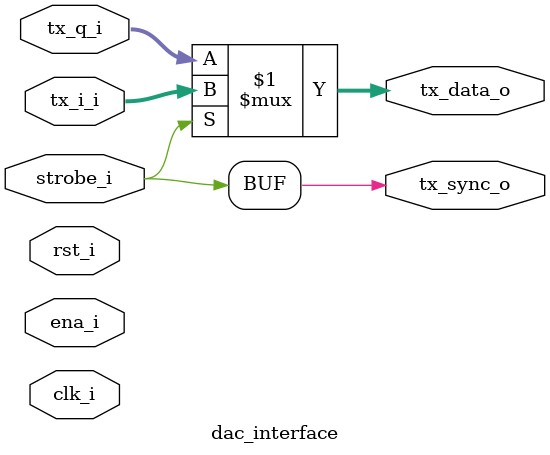
<source format=v>

`include "../top/config.vh"

module dac_interface(clk_i,rst_i,ena_i,strobe_i,tx_i_i,tx_q_i,tx_data_o,tx_sync_o);
   input clk_i;
   input rst_i;
   input ena_i;
   input strobe_i;
   
   input [13:0] tx_i_i;
   input [13:0] tx_q_i;

   output [13:0] tx_data_o;
   output 	 tx_sync_o;

`ifdef TX_RATE_MAX
   wire clk128;
   reg clk64_d;
   reg [13:0] tx_data_o;
   
   // Create a 128 MHz clock
   dacpll pll128(.areset(rst_i),.inclk0(clk_i),.c0(clk128));

   // Register the clk64 clock in the clk128 domain
   always @(posedge clk128)
     clk64_d <= clk_i;

   // Register the tx data in the clk128 domain
   always @(posedge clk128)
     tx_data_o <= clk64_d ? tx_i_i : tx_q_i;

   assign tx_sync_o = clk64_d;
   

`else // !`ifdef TX_RATE_MAX
   assign tx_data_o = strobe_i ? tx_i_i : tx_q_i;
   assign tx_sync_o = strobe_i;
`endif // !`ifdef TX_RATE_MAX
   
endmodule // dac_interface

</source>
